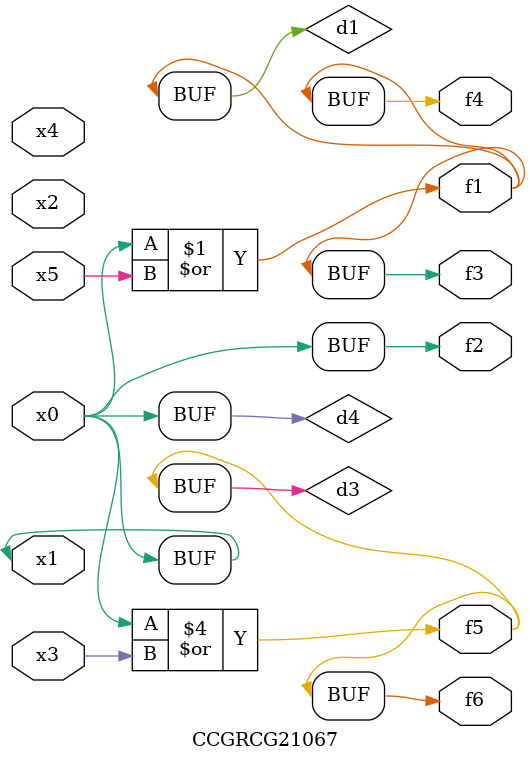
<source format=v>
module CCGRCG21067(
	input x0, x1, x2, x3, x4, x5,
	output f1, f2, f3, f4, f5, f6
);

	wire d1, d2, d3, d4;

	or (d1, x0, x5);
	xnor (d2, x1, x4);
	or (d3, x0, x3);
	buf (d4, x0, x1);
	assign f1 = d1;
	assign f2 = d4;
	assign f3 = d1;
	assign f4 = d1;
	assign f5 = d3;
	assign f6 = d3;
endmodule

</source>
